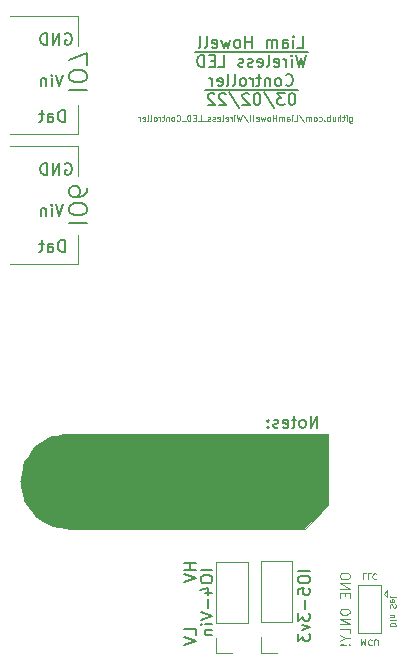
<source format=gbr>
%TF.GenerationSoftware,KiCad,Pcbnew,(6.0.1)*%
%TF.CreationDate,2022-02-05T18:26:11+11:00*%
%TF.ProjectId,ESP32_LED_Controller_v1,45535033-325f-44c4-9544-5f436f6e7472,rev?*%
%TF.SameCoordinates,Original*%
%TF.FileFunction,Legend,Bot*%
%TF.FilePolarity,Positive*%
%FSLAX46Y46*%
G04 Gerber Fmt 4.6, Leading zero omitted, Abs format (unit mm)*
G04 Created by KiCad (PCBNEW (6.0.1)) date 2022-02-05 18:26:11*
%MOMM*%
%LPD*%
G01*
G04 APERTURE LIST*
%ADD10C,0.100000*%
%ADD11C,4.050000*%
%ADD12C,0.150000*%
%ADD13C,0.070000*%
%ADD14C,0.120000*%
G04 APERTURE END LIST*
D10*
X50725000Y-72180000D02*
X70725000Y-72180000D01*
X70725000Y-72180000D02*
X72725000Y-70180000D01*
X72725000Y-70180000D02*
X72725000Y-64180000D01*
X72725000Y-64180000D02*
X50725000Y-64180000D01*
X50725000Y-64180000D02*
X50725000Y-72180000D01*
G36*
X72725000Y-70180000D02*
G01*
X70725000Y-72180000D01*
X50725000Y-72180000D01*
X50725000Y-64180000D01*
X72725000Y-64180000D01*
X72725000Y-70180000D01*
G37*
X72725000Y-70180000D02*
X70725000Y-72180000D01*
X50725000Y-72180000D01*
X50725000Y-64180000D01*
X72725000Y-64180000D01*
X72725000Y-70180000D01*
D11*
X52750000Y-68180000D02*
G75*
G03*
X52750000Y-68180000I-2025000J0D01*
G01*
D12*
X61527380Y-75115833D02*
X60527380Y-75115833D01*
X61003571Y-75115833D02*
X61003571Y-75687261D01*
X61527380Y-75687261D02*
X60527380Y-75687261D01*
X60527380Y-76020595D02*
X61527380Y-76353928D01*
X60527380Y-76687261D01*
X70105952Y-31467380D02*
X70582142Y-31467380D01*
X70582142Y-30467380D01*
X69772619Y-31467380D02*
X69772619Y-30800714D01*
X69772619Y-30467380D02*
X69820238Y-30515000D01*
X69772619Y-30562619D01*
X69725000Y-30515000D01*
X69772619Y-30467380D01*
X69772619Y-30562619D01*
X68867857Y-31467380D02*
X68867857Y-30943571D01*
X68915476Y-30848333D01*
X69010714Y-30800714D01*
X69201190Y-30800714D01*
X69296428Y-30848333D01*
X68867857Y-31419761D02*
X68963095Y-31467380D01*
X69201190Y-31467380D01*
X69296428Y-31419761D01*
X69344047Y-31324523D01*
X69344047Y-31229285D01*
X69296428Y-31134047D01*
X69201190Y-31086428D01*
X68963095Y-31086428D01*
X68867857Y-31038809D01*
X68391666Y-31467380D02*
X68391666Y-30800714D01*
X68391666Y-30895952D02*
X68344047Y-30848333D01*
X68248809Y-30800714D01*
X68105952Y-30800714D01*
X68010714Y-30848333D01*
X67963095Y-30943571D01*
X67963095Y-31467380D01*
X67963095Y-30943571D02*
X67915476Y-30848333D01*
X67820238Y-30800714D01*
X67677380Y-30800714D01*
X67582142Y-30848333D01*
X67534523Y-30943571D01*
X67534523Y-31467380D01*
X66296428Y-31467380D02*
X66296428Y-30467380D01*
X66296428Y-30943571D02*
X65725000Y-30943571D01*
X65725000Y-31467380D02*
X65725000Y-30467380D01*
X65105952Y-31467380D02*
X65201190Y-31419761D01*
X65248809Y-31372142D01*
X65296428Y-31276904D01*
X65296428Y-30991190D01*
X65248809Y-30895952D01*
X65201190Y-30848333D01*
X65105952Y-30800714D01*
X64963095Y-30800714D01*
X64867857Y-30848333D01*
X64820238Y-30895952D01*
X64772619Y-30991190D01*
X64772619Y-31276904D01*
X64820238Y-31372142D01*
X64867857Y-31419761D01*
X64963095Y-31467380D01*
X65105952Y-31467380D01*
X64439285Y-30800714D02*
X64248809Y-31467380D01*
X64058333Y-30991190D01*
X63867857Y-31467380D01*
X63677380Y-30800714D01*
X62915476Y-31419761D02*
X63010714Y-31467380D01*
X63201190Y-31467380D01*
X63296428Y-31419761D01*
X63344047Y-31324523D01*
X63344047Y-30943571D01*
X63296428Y-30848333D01*
X63201190Y-30800714D01*
X63010714Y-30800714D01*
X62915476Y-30848333D01*
X62867857Y-30943571D01*
X62867857Y-31038809D01*
X63344047Y-31134047D01*
X62296428Y-31467380D02*
X62391666Y-31419761D01*
X62439285Y-31324523D01*
X62439285Y-30467380D01*
X61772619Y-31467380D02*
X61867857Y-31419761D01*
X61915476Y-31324523D01*
X61915476Y-30467380D01*
X71010714Y-31795000D02*
X69867857Y-31795000D01*
X70867857Y-32077380D02*
X70629761Y-33077380D01*
X70439285Y-32363095D01*
X70248809Y-33077380D01*
X70010714Y-32077380D01*
X69867857Y-31795000D02*
X69391666Y-31795000D01*
X69629761Y-33077380D02*
X69629761Y-32410714D01*
X69629761Y-32077380D02*
X69677380Y-32125000D01*
X69629761Y-32172619D01*
X69582142Y-32125000D01*
X69629761Y-32077380D01*
X69629761Y-32172619D01*
X69391666Y-31795000D02*
X68772619Y-31795000D01*
X69153571Y-33077380D02*
X69153571Y-32410714D01*
X69153571Y-32601190D02*
X69105952Y-32505952D01*
X69058333Y-32458333D01*
X68963095Y-32410714D01*
X68867857Y-32410714D01*
X68772619Y-31795000D02*
X67915476Y-31795000D01*
X68153571Y-33029761D02*
X68248809Y-33077380D01*
X68439285Y-33077380D01*
X68534523Y-33029761D01*
X68582142Y-32934523D01*
X68582142Y-32553571D01*
X68534523Y-32458333D01*
X68439285Y-32410714D01*
X68248809Y-32410714D01*
X68153571Y-32458333D01*
X68105952Y-32553571D01*
X68105952Y-32648809D01*
X68582142Y-32744047D01*
X67915476Y-31795000D02*
X67391666Y-31795000D01*
X67534523Y-33077380D02*
X67629761Y-33029761D01*
X67677380Y-32934523D01*
X67677380Y-32077380D01*
X67391666Y-31795000D02*
X66534523Y-31795000D01*
X66772619Y-33029761D02*
X66867857Y-33077380D01*
X67058333Y-33077380D01*
X67153571Y-33029761D01*
X67201190Y-32934523D01*
X67201190Y-32553571D01*
X67153571Y-32458333D01*
X67058333Y-32410714D01*
X66867857Y-32410714D01*
X66772619Y-32458333D01*
X66725000Y-32553571D01*
X66725000Y-32648809D01*
X67201190Y-32744047D01*
X66534523Y-31795000D02*
X65725000Y-31795000D01*
X66344047Y-33029761D02*
X66248809Y-33077380D01*
X66058333Y-33077380D01*
X65963095Y-33029761D01*
X65915476Y-32934523D01*
X65915476Y-32886904D01*
X65963095Y-32791666D01*
X66058333Y-32744047D01*
X66201190Y-32744047D01*
X66296428Y-32696428D01*
X66344047Y-32601190D01*
X66344047Y-32553571D01*
X66296428Y-32458333D01*
X66201190Y-32410714D01*
X66058333Y-32410714D01*
X65963095Y-32458333D01*
X65725000Y-31795000D02*
X64915476Y-31795000D01*
X65534523Y-33029761D02*
X65439285Y-33077380D01*
X65248809Y-33077380D01*
X65153571Y-33029761D01*
X65105952Y-32934523D01*
X65105952Y-32886904D01*
X65153571Y-32791666D01*
X65248809Y-32744047D01*
X65391666Y-32744047D01*
X65486904Y-32696428D01*
X65534523Y-32601190D01*
X65534523Y-32553571D01*
X65486904Y-32458333D01*
X65391666Y-32410714D01*
X65248809Y-32410714D01*
X65153571Y-32458333D01*
X64915476Y-31795000D02*
X64153571Y-31795000D01*
X64153571Y-31795000D02*
X63344047Y-31795000D01*
X63439285Y-33077380D02*
X63915476Y-33077380D01*
X63915476Y-32077380D01*
X63344047Y-31795000D02*
X62439285Y-31795000D01*
X63105952Y-32553571D02*
X62772619Y-32553571D01*
X62629761Y-33077380D02*
X63105952Y-33077380D01*
X63105952Y-32077380D01*
X62629761Y-32077380D01*
X62439285Y-31795000D02*
X61439285Y-31795000D01*
X62201190Y-33077380D02*
X62201190Y-32077380D01*
X61963095Y-32077380D01*
X61820238Y-32125000D01*
X61725000Y-32220238D01*
X61677380Y-32315476D01*
X61629761Y-32505952D01*
X61629761Y-32648809D01*
X61677380Y-32839285D01*
X61725000Y-32934523D01*
X61820238Y-33029761D01*
X61963095Y-33077380D01*
X62201190Y-33077380D01*
X69129761Y-34592142D02*
X69177380Y-34639761D01*
X69320238Y-34687380D01*
X69415476Y-34687380D01*
X69558333Y-34639761D01*
X69653571Y-34544523D01*
X69701190Y-34449285D01*
X69748809Y-34258809D01*
X69748809Y-34115952D01*
X69701190Y-33925476D01*
X69653571Y-33830238D01*
X69558333Y-33735000D01*
X69415476Y-33687380D01*
X69320238Y-33687380D01*
X69177380Y-33735000D01*
X69129761Y-33782619D01*
X68558333Y-34687380D02*
X68653571Y-34639761D01*
X68701190Y-34592142D01*
X68748809Y-34496904D01*
X68748809Y-34211190D01*
X68701190Y-34115952D01*
X68653571Y-34068333D01*
X68558333Y-34020714D01*
X68415476Y-34020714D01*
X68320238Y-34068333D01*
X68272619Y-34115952D01*
X68225000Y-34211190D01*
X68225000Y-34496904D01*
X68272619Y-34592142D01*
X68320238Y-34639761D01*
X68415476Y-34687380D01*
X68558333Y-34687380D01*
X67796428Y-34020714D02*
X67796428Y-34687380D01*
X67796428Y-34115952D02*
X67748809Y-34068333D01*
X67653571Y-34020714D01*
X67510714Y-34020714D01*
X67415476Y-34068333D01*
X67367857Y-34163571D01*
X67367857Y-34687380D01*
X67034523Y-34020714D02*
X66653571Y-34020714D01*
X66891666Y-33687380D02*
X66891666Y-34544523D01*
X66844047Y-34639761D01*
X66748809Y-34687380D01*
X66653571Y-34687380D01*
X66320238Y-34687380D02*
X66320238Y-34020714D01*
X66320238Y-34211190D02*
X66272619Y-34115952D01*
X66225000Y-34068333D01*
X66129761Y-34020714D01*
X66034523Y-34020714D01*
X65558333Y-34687380D02*
X65653571Y-34639761D01*
X65701190Y-34592142D01*
X65748809Y-34496904D01*
X65748809Y-34211190D01*
X65701190Y-34115952D01*
X65653571Y-34068333D01*
X65558333Y-34020714D01*
X65415476Y-34020714D01*
X65320238Y-34068333D01*
X65272619Y-34115952D01*
X65225000Y-34211190D01*
X65225000Y-34496904D01*
X65272619Y-34592142D01*
X65320238Y-34639761D01*
X65415476Y-34687380D01*
X65558333Y-34687380D01*
X64653571Y-34687380D02*
X64748809Y-34639761D01*
X64796428Y-34544523D01*
X64796428Y-33687380D01*
X64129761Y-34687380D02*
X64225000Y-34639761D01*
X64272619Y-34544523D01*
X64272619Y-33687380D01*
X63367857Y-34639761D02*
X63463095Y-34687380D01*
X63653571Y-34687380D01*
X63748809Y-34639761D01*
X63796428Y-34544523D01*
X63796428Y-34163571D01*
X63748809Y-34068333D01*
X63653571Y-34020714D01*
X63463095Y-34020714D01*
X63367857Y-34068333D01*
X63320238Y-34163571D01*
X63320238Y-34258809D01*
X63796428Y-34354047D01*
X62891666Y-34687380D02*
X62891666Y-34020714D01*
X62891666Y-34211190D02*
X62844047Y-34115952D01*
X62796428Y-34068333D01*
X62701190Y-34020714D01*
X62605952Y-34020714D01*
X70129761Y-35015000D02*
X69177380Y-35015000D01*
X69701190Y-35297380D02*
X69605952Y-35297380D01*
X69510714Y-35345000D01*
X69463095Y-35392619D01*
X69415476Y-35487857D01*
X69367857Y-35678333D01*
X69367857Y-35916428D01*
X69415476Y-36106904D01*
X69463095Y-36202142D01*
X69510714Y-36249761D01*
X69605952Y-36297380D01*
X69701190Y-36297380D01*
X69796428Y-36249761D01*
X69844047Y-36202142D01*
X69891666Y-36106904D01*
X69939285Y-35916428D01*
X69939285Y-35678333D01*
X69891666Y-35487857D01*
X69844047Y-35392619D01*
X69796428Y-35345000D01*
X69701190Y-35297380D01*
X69177380Y-35015000D02*
X68225000Y-35015000D01*
X69034523Y-35297380D02*
X68415476Y-35297380D01*
X68748809Y-35678333D01*
X68605952Y-35678333D01*
X68510714Y-35725952D01*
X68463095Y-35773571D01*
X68415476Y-35868809D01*
X68415476Y-36106904D01*
X68463095Y-36202142D01*
X68510714Y-36249761D01*
X68605952Y-36297380D01*
X68891666Y-36297380D01*
X68986904Y-36249761D01*
X69034523Y-36202142D01*
X68225000Y-35015000D02*
X67177380Y-35015000D01*
X67272619Y-35249761D02*
X68129761Y-36535476D01*
X67177380Y-35015000D02*
X66225000Y-35015000D01*
X66748809Y-35297380D02*
X66653571Y-35297380D01*
X66558333Y-35345000D01*
X66510714Y-35392619D01*
X66463095Y-35487857D01*
X66415476Y-35678333D01*
X66415476Y-35916428D01*
X66463095Y-36106904D01*
X66510714Y-36202142D01*
X66558333Y-36249761D01*
X66653571Y-36297380D01*
X66748809Y-36297380D01*
X66844047Y-36249761D01*
X66891666Y-36202142D01*
X66939285Y-36106904D01*
X66986904Y-35916428D01*
X66986904Y-35678333D01*
X66939285Y-35487857D01*
X66891666Y-35392619D01*
X66844047Y-35345000D01*
X66748809Y-35297380D01*
X66225000Y-35015000D02*
X65272619Y-35015000D01*
X66034523Y-35392619D02*
X65986904Y-35345000D01*
X65891666Y-35297380D01*
X65653571Y-35297380D01*
X65558333Y-35345000D01*
X65510714Y-35392619D01*
X65463095Y-35487857D01*
X65463095Y-35583095D01*
X65510714Y-35725952D01*
X66082142Y-36297380D01*
X65463095Y-36297380D01*
X65272619Y-35015000D02*
X64225000Y-35015000D01*
X64320238Y-35249761D02*
X65177380Y-36535476D01*
X64225000Y-35015000D02*
X63272619Y-35015000D01*
X64034523Y-35392619D02*
X63986904Y-35345000D01*
X63891666Y-35297380D01*
X63653571Y-35297380D01*
X63558333Y-35345000D01*
X63510714Y-35392619D01*
X63463095Y-35487857D01*
X63463095Y-35583095D01*
X63510714Y-35725952D01*
X64082142Y-36297380D01*
X63463095Y-36297380D01*
X63272619Y-35015000D02*
X62320238Y-35015000D01*
X63082142Y-35392619D02*
X63034523Y-35345000D01*
X62939285Y-35297380D01*
X62701190Y-35297380D01*
X62605952Y-35345000D01*
X62558333Y-35392619D01*
X62510714Y-35487857D01*
X62510714Y-35583095D01*
X62558333Y-35725952D01*
X63129761Y-36297380D01*
X62510714Y-36297380D01*
D10*
X73736904Y-76122857D02*
X73736904Y-76275238D01*
X73775000Y-76351428D01*
X73851190Y-76427619D01*
X74003571Y-76465714D01*
X74270238Y-76465714D01*
X74422619Y-76427619D01*
X74498809Y-76351428D01*
X74536904Y-76275238D01*
X74536904Y-76122857D01*
X74498809Y-76046666D01*
X74422619Y-75970476D01*
X74270238Y-75932380D01*
X74003571Y-75932380D01*
X73851190Y-75970476D01*
X73775000Y-76046666D01*
X73736904Y-76122857D01*
X74536904Y-76808571D02*
X73736904Y-76808571D01*
X74536904Y-77265714D01*
X73736904Y-77265714D01*
X74117857Y-77646666D02*
X74117857Y-77913333D01*
X74536904Y-78027619D02*
X74536904Y-77646666D01*
X73736904Y-77646666D01*
X73736904Y-78027619D01*
X73736904Y-79132380D02*
X73736904Y-79284761D01*
X73775000Y-79360952D01*
X73851190Y-79437142D01*
X74003571Y-79475238D01*
X74270238Y-79475238D01*
X74422619Y-79437142D01*
X74498809Y-79360952D01*
X74536904Y-79284761D01*
X74536904Y-79132380D01*
X74498809Y-79056190D01*
X74422619Y-78980000D01*
X74270238Y-78941904D01*
X74003571Y-78941904D01*
X73851190Y-78980000D01*
X73775000Y-79056190D01*
X73736904Y-79132380D01*
X74536904Y-79818095D02*
X73736904Y-79818095D01*
X74536904Y-80275238D01*
X73736904Y-80275238D01*
X74536904Y-81037142D02*
X74536904Y-80656190D01*
X73736904Y-80656190D01*
X74155952Y-81456190D02*
X74536904Y-81456190D01*
X73736904Y-81189523D02*
X74155952Y-81456190D01*
X73736904Y-81722857D01*
X74460714Y-81989523D02*
X74498809Y-82027619D01*
X74536904Y-81989523D01*
X74498809Y-81951428D01*
X74460714Y-81989523D01*
X74536904Y-81989523D01*
X74232142Y-81989523D02*
X73775000Y-81951428D01*
X73736904Y-81989523D01*
X73775000Y-82027619D01*
X74232142Y-81989523D01*
X73736904Y-81989523D01*
D12*
X50796428Y-46280000D02*
X52296428Y-46280000D01*
X52296428Y-45280000D02*
X52296428Y-44994285D01*
X52225000Y-44851428D01*
X52082142Y-44708571D01*
X51796428Y-44637142D01*
X51296428Y-44637142D01*
X51010714Y-44708571D01*
X50867857Y-44851428D01*
X50796428Y-44994285D01*
X50796428Y-45280000D01*
X50867857Y-45422857D01*
X51010714Y-45565714D01*
X51296428Y-45637142D01*
X51796428Y-45637142D01*
X52082142Y-45565714D01*
X52225000Y-45422857D01*
X52296428Y-45280000D01*
X52296428Y-43351428D02*
X52296428Y-43637142D01*
X52225000Y-43780000D01*
X52153571Y-43851428D01*
X51939285Y-43994285D01*
X51653571Y-44065714D01*
X51082142Y-44065714D01*
X50939285Y-43994285D01*
X50867857Y-43922857D01*
X50796428Y-43780000D01*
X50796428Y-43494285D01*
X50867857Y-43351428D01*
X50939285Y-43280000D01*
X51082142Y-43208571D01*
X51439285Y-43208571D01*
X51582142Y-43280000D01*
X51653571Y-43351428D01*
X51725000Y-43494285D01*
X51725000Y-43780000D01*
X51653571Y-43922857D01*
X51582142Y-43994285D01*
X51439285Y-44065714D01*
D13*
X77948809Y-80430000D02*
X78448809Y-80430000D01*
X78448809Y-80310952D01*
X78425000Y-80239523D01*
X78377380Y-80191904D01*
X78329761Y-80168095D01*
X78234523Y-80144285D01*
X78163095Y-80144285D01*
X78067857Y-80168095D01*
X78020238Y-80191904D01*
X77972619Y-80239523D01*
X77948809Y-80310952D01*
X77948809Y-80430000D01*
X77948809Y-79930000D02*
X78282142Y-79930000D01*
X78448809Y-79930000D02*
X78425000Y-79953809D01*
X78401190Y-79930000D01*
X78425000Y-79906190D01*
X78448809Y-79930000D01*
X78401190Y-79930000D01*
X78282142Y-79691904D02*
X77948809Y-79691904D01*
X78234523Y-79691904D02*
X78258333Y-79668095D01*
X78282142Y-79620476D01*
X78282142Y-79549047D01*
X78258333Y-79501428D01*
X78210714Y-79477619D01*
X77948809Y-79477619D01*
X77972619Y-78882380D02*
X77948809Y-78810952D01*
X77948809Y-78691904D01*
X77972619Y-78644285D01*
X77996428Y-78620476D01*
X78044047Y-78596666D01*
X78091666Y-78596666D01*
X78139285Y-78620476D01*
X78163095Y-78644285D01*
X78186904Y-78691904D01*
X78210714Y-78787142D01*
X78234523Y-78834761D01*
X78258333Y-78858571D01*
X78305952Y-78882380D01*
X78353571Y-78882380D01*
X78401190Y-78858571D01*
X78425000Y-78834761D01*
X78448809Y-78787142D01*
X78448809Y-78668095D01*
X78425000Y-78596666D01*
X77972619Y-78191904D02*
X77948809Y-78239523D01*
X77948809Y-78334761D01*
X77972619Y-78382380D01*
X78020238Y-78406190D01*
X78210714Y-78406190D01*
X78258333Y-78382380D01*
X78282142Y-78334761D01*
X78282142Y-78239523D01*
X78258333Y-78191904D01*
X78210714Y-78168095D01*
X78163095Y-78168095D01*
X78115476Y-78406190D01*
X77948809Y-77882380D02*
X77972619Y-77930000D01*
X78020238Y-77953809D01*
X78448809Y-77953809D01*
X75927380Y-75953809D02*
X75689285Y-75953809D01*
X75689285Y-76453809D01*
X76332142Y-75953809D02*
X76094047Y-75953809D01*
X76094047Y-76453809D01*
X76784523Y-76001428D02*
X76760714Y-75977619D01*
X76689285Y-75953809D01*
X76641666Y-75953809D01*
X76570238Y-75977619D01*
X76522619Y-76025238D01*
X76498809Y-76072857D01*
X76475000Y-76168095D01*
X76475000Y-76239523D01*
X76498809Y-76334761D01*
X76522619Y-76382380D01*
X76570238Y-76430000D01*
X76641666Y-76453809D01*
X76689285Y-76453809D01*
X76760714Y-76430000D01*
X76784523Y-76406190D01*
X74522619Y-37322857D02*
X74522619Y-37727619D01*
X74546428Y-37775238D01*
X74570238Y-37799047D01*
X74617857Y-37822857D01*
X74689285Y-37822857D01*
X74736904Y-37799047D01*
X74522619Y-37632380D02*
X74570238Y-37656190D01*
X74665476Y-37656190D01*
X74713095Y-37632380D01*
X74736904Y-37608571D01*
X74760714Y-37560952D01*
X74760714Y-37418095D01*
X74736904Y-37370476D01*
X74713095Y-37346666D01*
X74665476Y-37322857D01*
X74570238Y-37322857D01*
X74522619Y-37346666D01*
X74284523Y-37656190D02*
X74284523Y-37322857D01*
X74284523Y-37156190D02*
X74308333Y-37180000D01*
X74284523Y-37203809D01*
X74260714Y-37180000D01*
X74284523Y-37156190D01*
X74284523Y-37203809D01*
X74117857Y-37322857D02*
X73927380Y-37322857D01*
X74046428Y-37156190D02*
X74046428Y-37584761D01*
X74022619Y-37632380D01*
X73975000Y-37656190D01*
X73927380Y-37656190D01*
X73760714Y-37656190D02*
X73760714Y-37156190D01*
X73546428Y-37656190D02*
X73546428Y-37394285D01*
X73570238Y-37346666D01*
X73617857Y-37322857D01*
X73689285Y-37322857D01*
X73736904Y-37346666D01*
X73760714Y-37370476D01*
X73094047Y-37322857D02*
X73094047Y-37656190D01*
X73308333Y-37322857D02*
X73308333Y-37584761D01*
X73284523Y-37632380D01*
X73236904Y-37656190D01*
X73165476Y-37656190D01*
X73117857Y-37632380D01*
X73094047Y-37608571D01*
X72855952Y-37656190D02*
X72855952Y-37156190D01*
X72855952Y-37346666D02*
X72808333Y-37322857D01*
X72713095Y-37322857D01*
X72665476Y-37346666D01*
X72641666Y-37370476D01*
X72617857Y-37418095D01*
X72617857Y-37560952D01*
X72641666Y-37608571D01*
X72665476Y-37632380D01*
X72713095Y-37656190D01*
X72808333Y-37656190D01*
X72855952Y-37632380D01*
X72403571Y-37608571D02*
X72379761Y-37632380D01*
X72403571Y-37656190D01*
X72427380Y-37632380D01*
X72403571Y-37608571D01*
X72403571Y-37656190D01*
X71951190Y-37632380D02*
X71998809Y-37656190D01*
X72094047Y-37656190D01*
X72141666Y-37632380D01*
X72165476Y-37608571D01*
X72189285Y-37560952D01*
X72189285Y-37418095D01*
X72165476Y-37370476D01*
X72141666Y-37346666D01*
X72094047Y-37322857D01*
X71998809Y-37322857D01*
X71951190Y-37346666D01*
X71665476Y-37656190D02*
X71713095Y-37632380D01*
X71736904Y-37608571D01*
X71760714Y-37560952D01*
X71760714Y-37418095D01*
X71736904Y-37370476D01*
X71713095Y-37346666D01*
X71665476Y-37322857D01*
X71594047Y-37322857D01*
X71546428Y-37346666D01*
X71522619Y-37370476D01*
X71498809Y-37418095D01*
X71498809Y-37560952D01*
X71522619Y-37608571D01*
X71546428Y-37632380D01*
X71594047Y-37656190D01*
X71665476Y-37656190D01*
X71284523Y-37656190D02*
X71284523Y-37322857D01*
X71284523Y-37370476D02*
X71260714Y-37346666D01*
X71213095Y-37322857D01*
X71141666Y-37322857D01*
X71094047Y-37346666D01*
X71070238Y-37394285D01*
X71070238Y-37656190D01*
X71070238Y-37394285D02*
X71046428Y-37346666D01*
X70998809Y-37322857D01*
X70927380Y-37322857D01*
X70879761Y-37346666D01*
X70855952Y-37394285D01*
X70855952Y-37656190D01*
X70260714Y-37132380D02*
X70689285Y-37775238D01*
X69855952Y-37656190D02*
X70094047Y-37656190D01*
X70094047Y-37156190D01*
X69689285Y-37656190D02*
X69689285Y-37322857D01*
X69689285Y-37156190D02*
X69713095Y-37180000D01*
X69689285Y-37203809D01*
X69665476Y-37180000D01*
X69689285Y-37156190D01*
X69689285Y-37203809D01*
X69236904Y-37656190D02*
X69236904Y-37394285D01*
X69260714Y-37346666D01*
X69308333Y-37322857D01*
X69403571Y-37322857D01*
X69451190Y-37346666D01*
X69236904Y-37632380D02*
X69284523Y-37656190D01*
X69403571Y-37656190D01*
X69451190Y-37632380D01*
X69475000Y-37584761D01*
X69475000Y-37537142D01*
X69451190Y-37489523D01*
X69403571Y-37465714D01*
X69284523Y-37465714D01*
X69236904Y-37441904D01*
X68998809Y-37656190D02*
X68998809Y-37322857D01*
X68998809Y-37370476D02*
X68975000Y-37346666D01*
X68927380Y-37322857D01*
X68855952Y-37322857D01*
X68808333Y-37346666D01*
X68784523Y-37394285D01*
X68784523Y-37656190D01*
X68784523Y-37394285D02*
X68760714Y-37346666D01*
X68713095Y-37322857D01*
X68641666Y-37322857D01*
X68594047Y-37346666D01*
X68570238Y-37394285D01*
X68570238Y-37656190D01*
X68332142Y-37656190D02*
X68332142Y-37156190D01*
X68332142Y-37394285D02*
X68046428Y-37394285D01*
X68046428Y-37656190D02*
X68046428Y-37156190D01*
X67736904Y-37656190D02*
X67784523Y-37632380D01*
X67808333Y-37608571D01*
X67832142Y-37560952D01*
X67832142Y-37418095D01*
X67808333Y-37370476D01*
X67784523Y-37346666D01*
X67736904Y-37322857D01*
X67665476Y-37322857D01*
X67617857Y-37346666D01*
X67594047Y-37370476D01*
X67570238Y-37418095D01*
X67570238Y-37560952D01*
X67594047Y-37608571D01*
X67617857Y-37632380D01*
X67665476Y-37656190D01*
X67736904Y-37656190D01*
X67403571Y-37322857D02*
X67308333Y-37656190D01*
X67213095Y-37418095D01*
X67117857Y-37656190D01*
X67022619Y-37322857D01*
X66641666Y-37632380D02*
X66689285Y-37656190D01*
X66784523Y-37656190D01*
X66832142Y-37632380D01*
X66855952Y-37584761D01*
X66855952Y-37394285D01*
X66832142Y-37346666D01*
X66784523Y-37322857D01*
X66689285Y-37322857D01*
X66641666Y-37346666D01*
X66617857Y-37394285D01*
X66617857Y-37441904D01*
X66855952Y-37489523D01*
X66332142Y-37656190D02*
X66379761Y-37632380D01*
X66403571Y-37584761D01*
X66403571Y-37156190D01*
X66070238Y-37656190D02*
X66117857Y-37632380D01*
X66141666Y-37584761D01*
X66141666Y-37156190D01*
X65522619Y-37132380D02*
X65951190Y-37775238D01*
X65403571Y-37156190D02*
X65284523Y-37656190D01*
X65189285Y-37299047D01*
X65094047Y-37656190D01*
X64975000Y-37156190D01*
X64784523Y-37656190D02*
X64784523Y-37322857D01*
X64784523Y-37156190D02*
X64808333Y-37180000D01*
X64784523Y-37203809D01*
X64760714Y-37180000D01*
X64784523Y-37156190D01*
X64784523Y-37203809D01*
X64546428Y-37656190D02*
X64546428Y-37322857D01*
X64546428Y-37418095D02*
X64522619Y-37370476D01*
X64498809Y-37346666D01*
X64451190Y-37322857D01*
X64403571Y-37322857D01*
X64046428Y-37632380D02*
X64094047Y-37656190D01*
X64189285Y-37656190D01*
X64236904Y-37632380D01*
X64260714Y-37584761D01*
X64260714Y-37394285D01*
X64236904Y-37346666D01*
X64189285Y-37322857D01*
X64094047Y-37322857D01*
X64046428Y-37346666D01*
X64022619Y-37394285D01*
X64022619Y-37441904D01*
X64260714Y-37489523D01*
X63736904Y-37656190D02*
X63784523Y-37632380D01*
X63808333Y-37584761D01*
X63808333Y-37156190D01*
X63355952Y-37632380D02*
X63403571Y-37656190D01*
X63498809Y-37656190D01*
X63546428Y-37632380D01*
X63570238Y-37584761D01*
X63570238Y-37394285D01*
X63546428Y-37346666D01*
X63498809Y-37322857D01*
X63403571Y-37322857D01*
X63355952Y-37346666D01*
X63332142Y-37394285D01*
X63332142Y-37441904D01*
X63570238Y-37489523D01*
X63141666Y-37632380D02*
X63094047Y-37656190D01*
X62998809Y-37656190D01*
X62951190Y-37632380D01*
X62927380Y-37584761D01*
X62927380Y-37560952D01*
X62951190Y-37513333D01*
X62998809Y-37489523D01*
X63070238Y-37489523D01*
X63117857Y-37465714D01*
X63141666Y-37418095D01*
X63141666Y-37394285D01*
X63117857Y-37346666D01*
X63070238Y-37322857D01*
X62998809Y-37322857D01*
X62951190Y-37346666D01*
X62736904Y-37632380D02*
X62689285Y-37656190D01*
X62594047Y-37656190D01*
X62546428Y-37632380D01*
X62522619Y-37584761D01*
X62522619Y-37560952D01*
X62546428Y-37513333D01*
X62594047Y-37489523D01*
X62665476Y-37489523D01*
X62713095Y-37465714D01*
X62736904Y-37418095D01*
X62736904Y-37394285D01*
X62713095Y-37346666D01*
X62665476Y-37322857D01*
X62594047Y-37322857D01*
X62546428Y-37346666D01*
X62427380Y-37703809D02*
X62046428Y-37703809D01*
X61689285Y-37656190D02*
X61927380Y-37656190D01*
X61927380Y-37156190D01*
X61522619Y-37394285D02*
X61355952Y-37394285D01*
X61284523Y-37656190D02*
X61522619Y-37656190D01*
X61522619Y-37156190D01*
X61284523Y-37156190D01*
X61070238Y-37656190D02*
X61070238Y-37156190D01*
X60951190Y-37156190D01*
X60879761Y-37180000D01*
X60832142Y-37227619D01*
X60808333Y-37275238D01*
X60784523Y-37370476D01*
X60784523Y-37441904D01*
X60808333Y-37537142D01*
X60832142Y-37584761D01*
X60879761Y-37632380D01*
X60951190Y-37656190D01*
X61070238Y-37656190D01*
X60689285Y-37703809D02*
X60308333Y-37703809D01*
X59903571Y-37608571D02*
X59927380Y-37632380D01*
X59998809Y-37656190D01*
X60046428Y-37656190D01*
X60117857Y-37632380D01*
X60165476Y-37584761D01*
X60189285Y-37537142D01*
X60213095Y-37441904D01*
X60213095Y-37370476D01*
X60189285Y-37275238D01*
X60165476Y-37227619D01*
X60117857Y-37180000D01*
X60046428Y-37156190D01*
X59998809Y-37156190D01*
X59927380Y-37180000D01*
X59903571Y-37203809D01*
X59617857Y-37656190D02*
X59665476Y-37632380D01*
X59689285Y-37608571D01*
X59713095Y-37560952D01*
X59713095Y-37418095D01*
X59689285Y-37370476D01*
X59665476Y-37346666D01*
X59617857Y-37322857D01*
X59546428Y-37322857D01*
X59498809Y-37346666D01*
X59475000Y-37370476D01*
X59451190Y-37418095D01*
X59451190Y-37560952D01*
X59475000Y-37608571D01*
X59498809Y-37632380D01*
X59546428Y-37656190D01*
X59617857Y-37656190D01*
X59236904Y-37322857D02*
X59236904Y-37656190D01*
X59236904Y-37370476D02*
X59213095Y-37346666D01*
X59165476Y-37322857D01*
X59094047Y-37322857D01*
X59046428Y-37346666D01*
X59022619Y-37394285D01*
X59022619Y-37656190D01*
X58855952Y-37322857D02*
X58665476Y-37322857D01*
X58784523Y-37156190D02*
X58784523Y-37584761D01*
X58760714Y-37632380D01*
X58713095Y-37656190D01*
X58665476Y-37656190D01*
X58498809Y-37656190D02*
X58498809Y-37322857D01*
X58498809Y-37418095D02*
X58475000Y-37370476D01*
X58451190Y-37346666D01*
X58403571Y-37322857D01*
X58355952Y-37322857D01*
X58117857Y-37656190D02*
X58165476Y-37632380D01*
X58189285Y-37608571D01*
X58213095Y-37560952D01*
X58213095Y-37418095D01*
X58189285Y-37370476D01*
X58165476Y-37346666D01*
X58117857Y-37322857D01*
X58046428Y-37322857D01*
X57998809Y-37346666D01*
X57975000Y-37370476D01*
X57951190Y-37418095D01*
X57951190Y-37560952D01*
X57975000Y-37608571D01*
X57998809Y-37632380D01*
X58046428Y-37656190D01*
X58117857Y-37656190D01*
X57665476Y-37656190D02*
X57713095Y-37632380D01*
X57736904Y-37584761D01*
X57736904Y-37156190D01*
X57403571Y-37656190D02*
X57451190Y-37632380D01*
X57475000Y-37584761D01*
X57475000Y-37156190D01*
X57022619Y-37632380D02*
X57070238Y-37656190D01*
X57165476Y-37656190D01*
X57213095Y-37632380D01*
X57236904Y-37584761D01*
X57236904Y-37394285D01*
X57213095Y-37346666D01*
X57165476Y-37322857D01*
X57070238Y-37322857D01*
X57022619Y-37346666D01*
X56998809Y-37394285D01*
X56998809Y-37441904D01*
X57236904Y-37489523D01*
X56784523Y-37656190D02*
X56784523Y-37322857D01*
X56784523Y-37418095D02*
X56760714Y-37370476D01*
X56736904Y-37346666D01*
X56689285Y-37322857D01*
X56641666Y-37322857D01*
D12*
X61527380Y-81191785D02*
X61527380Y-80715595D01*
X60527380Y-80715595D01*
X60527380Y-81382261D02*
X61527380Y-81715595D01*
X60527380Y-82048928D01*
X71820238Y-63632380D02*
X71820238Y-62632380D01*
X71248809Y-63632380D01*
X71248809Y-62632380D01*
X70629761Y-63632380D02*
X70725000Y-63584761D01*
X70772619Y-63537142D01*
X70820238Y-63441904D01*
X70820238Y-63156190D01*
X70772619Y-63060952D01*
X70725000Y-63013333D01*
X70629761Y-62965714D01*
X70486904Y-62965714D01*
X70391666Y-63013333D01*
X70344047Y-63060952D01*
X70296428Y-63156190D01*
X70296428Y-63441904D01*
X70344047Y-63537142D01*
X70391666Y-63584761D01*
X70486904Y-63632380D01*
X70629761Y-63632380D01*
X70010714Y-62965714D02*
X69629761Y-62965714D01*
X69867857Y-62632380D02*
X69867857Y-63489523D01*
X69820238Y-63584761D01*
X69725000Y-63632380D01*
X69629761Y-63632380D01*
X68915476Y-63584761D02*
X69010714Y-63632380D01*
X69201190Y-63632380D01*
X69296428Y-63584761D01*
X69344047Y-63489523D01*
X69344047Y-63108571D01*
X69296428Y-63013333D01*
X69201190Y-62965714D01*
X69010714Y-62965714D01*
X68915476Y-63013333D01*
X68867857Y-63108571D01*
X68867857Y-63203809D01*
X69344047Y-63299047D01*
X68486904Y-63584761D02*
X68391666Y-63632380D01*
X68201190Y-63632380D01*
X68105952Y-63584761D01*
X68058333Y-63489523D01*
X68058333Y-63441904D01*
X68105952Y-63346666D01*
X68201190Y-63299047D01*
X68344047Y-63299047D01*
X68439285Y-63251428D01*
X68486904Y-63156190D01*
X68486904Y-63108571D01*
X68439285Y-63013333D01*
X68344047Y-62965714D01*
X68201190Y-62965714D01*
X68105952Y-63013333D01*
X67629761Y-63537142D02*
X67582142Y-63584761D01*
X67629761Y-63632380D01*
X67677380Y-63584761D01*
X67629761Y-63537142D01*
X67629761Y-63632380D01*
X67629761Y-63013333D02*
X67582142Y-63060952D01*
X67629761Y-63108571D01*
X67677380Y-63060952D01*
X67629761Y-63013333D01*
X67629761Y-63108571D01*
X50796428Y-35030000D02*
X52296428Y-35030000D01*
X52296428Y-34030000D02*
X52296428Y-33744285D01*
X52225000Y-33601428D01*
X52082142Y-33458571D01*
X51796428Y-33387142D01*
X51296428Y-33387142D01*
X51010714Y-33458571D01*
X50867857Y-33601428D01*
X50796428Y-33744285D01*
X50796428Y-34030000D01*
X50867857Y-34172857D01*
X51010714Y-34315714D01*
X51296428Y-34387142D01*
X51796428Y-34387142D01*
X52082142Y-34315714D01*
X52225000Y-34172857D01*
X52296428Y-34030000D01*
X52296428Y-32887142D02*
X52296428Y-31887142D01*
X50796428Y-32530000D01*
D13*
X75546428Y-81553809D02*
X75546428Y-82053809D01*
X75713095Y-81696666D01*
X75879761Y-82053809D01*
X75879761Y-81553809D01*
X76403571Y-81601428D02*
X76379761Y-81577619D01*
X76308333Y-81553809D01*
X76260714Y-81553809D01*
X76189285Y-81577619D01*
X76141666Y-81625238D01*
X76117857Y-81672857D01*
X76094047Y-81768095D01*
X76094047Y-81839523D01*
X76117857Y-81934761D01*
X76141666Y-81982380D01*
X76189285Y-82030000D01*
X76260714Y-82053809D01*
X76308333Y-82053809D01*
X76379761Y-82030000D01*
X76403571Y-82006190D01*
X76617857Y-82053809D02*
X76617857Y-81649047D01*
X76641666Y-81601428D01*
X76665476Y-81577619D01*
X76713095Y-81553809D01*
X76808333Y-81553809D01*
X76855952Y-81577619D01*
X76879761Y-81601428D01*
X76903571Y-81649047D01*
X76903571Y-82053809D01*
D12*
X71177380Y-75727619D02*
X70177380Y-75727619D01*
X70177380Y-76394285D02*
X70177380Y-76584761D01*
X70225000Y-76680000D01*
X70320238Y-76775238D01*
X70510714Y-76822857D01*
X70844047Y-76822857D01*
X71034523Y-76775238D01*
X71129761Y-76680000D01*
X71177380Y-76584761D01*
X71177380Y-76394285D01*
X71129761Y-76299047D01*
X71034523Y-76203809D01*
X70844047Y-76156190D01*
X70510714Y-76156190D01*
X70320238Y-76203809D01*
X70225000Y-76299047D01*
X70177380Y-76394285D01*
X70177380Y-77727619D02*
X70177380Y-77251428D01*
X70653571Y-77203809D01*
X70605952Y-77251428D01*
X70558333Y-77346666D01*
X70558333Y-77584761D01*
X70605952Y-77680000D01*
X70653571Y-77727619D01*
X70748809Y-77775238D01*
X70986904Y-77775238D01*
X71082142Y-77727619D01*
X71129761Y-77680000D01*
X71177380Y-77584761D01*
X71177380Y-77346666D01*
X71129761Y-77251428D01*
X71082142Y-77203809D01*
X70796428Y-78203809D02*
X70796428Y-78965714D01*
X70177380Y-79346666D02*
X70177380Y-79965714D01*
X70558333Y-79632380D01*
X70558333Y-79775238D01*
X70605952Y-79870476D01*
X70653571Y-79918095D01*
X70748809Y-79965714D01*
X70986904Y-79965714D01*
X71082142Y-79918095D01*
X71129761Y-79870476D01*
X71177380Y-79775238D01*
X71177380Y-79489523D01*
X71129761Y-79394285D01*
X71082142Y-79346666D01*
X70510714Y-80299047D02*
X71177380Y-80537142D01*
X70510714Y-80775238D01*
X70177380Y-81060952D02*
X70177380Y-81680000D01*
X70558333Y-81346666D01*
X70558333Y-81489523D01*
X70605952Y-81584761D01*
X70653571Y-81632380D01*
X70748809Y-81680000D01*
X70986904Y-81680000D01*
X71082142Y-81632380D01*
X71129761Y-81584761D01*
X71177380Y-81489523D01*
X71177380Y-81203809D01*
X71129761Y-81108571D01*
X71082142Y-81060952D01*
X62927380Y-75691904D02*
X61927380Y-75691904D01*
X61927380Y-76358571D02*
X61927380Y-76549047D01*
X61975000Y-76644285D01*
X62070238Y-76739523D01*
X62260714Y-76787142D01*
X62594047Y-76787142D01*
X62784523Y-76739523D01*
X62879761Y-76644285D01*
X62927380Y-76549047D01*
X62927380Y-76358571D01*
X62879761Y-76263333D01*
X62784523Y-76168095D01*
X62594047Y-76120476D01*
X62260714Y-76120476D01*
X62070238Y-76168095D01*
X61975000Y-76263333D01*
X61927380Y-76358571D01*
X62260714Y-77644285D02*
X62927380Y-77644285D01*
X61879761Y-77406190D02*
X62594047Y-77168095D01*
X62594047Y-77787142D01*
X62546428Y-78168095D02*
X62546428Y-78930000D01*
X61927380Y-79263333D02*
X62927380Y-79596666D01*
X61927380Y-79930000D01*
X62927380Y-80263333D02*
X62260714Y-80263333D01*
X61927380Y-80263333D02*
X61975000Y-80215714D01*
X62022619Y-80263333D01*
X61975000Y-80310952D01*
X61927380Y-80263333D01*
X62022619Y-80263333D01*
X62260714Y-80739523D02*
X62927380Y-80739523D01*
X62355952Y-80739523D02*
X62308333Y-80787142D01*
X62260714Y-80882380D01*
X62260714Y-81025238D01*
X62308333Y-81120476D01*
X62403571Y-81168095D01*
X62927380Y-81168095D01*
%TO.C,J10*%
X50405595Y-37732380D02*
X50405595Y-36732380D01*
X50167500Y-36732380D01*
X50024642Y-36780000D01*
X49929404Y-36875238D01*
X49881785Y-36970476D01*
X49834166Y-37160952D01*
X49834166Y-37303809D01*
X49881785Y-37494285D01*
X49929404Y-37589523D01*
X50024642Y-37684761D01*
X50167500Y-37732380D01*
X50405595Y-37732380D01*
X48977023Y-37732380D02*
X48977023Y-37208571D01*
X49024642Y-37113333D01*
X49119880Y-37065714D01*
X49310357Y-37065714D01*
X49405595Y-37113333D01*
X48977023Y-37684761D02*
X49072261Y-37732380D01*
X49310357Y-37732380D01*
X49405595Y-37684761D01*
X49453214Y-37589523D01*
X49453214Y-37494285D01*
X49405595Y-37399047D01*
X49310357Y-37351428D01*
X49072261Y-37351428D01*
X48977023Y-37303809D01*
X48643690Y-37065714D02*
X48262738Y-37065714D01*
X48500833Y-36732380D02*
X48500833Y-37589523D01*
X48453214Y-37684761D01*
X48357976Y-37732380D01*
X48262738Y-37732380D01*
X50310357Y-33732380D02*
X49977023Y-34732380D01*
X49643690Y-33732380D01*
X49310357Y-34732380D02*
X49310357Y-34065714D01*
X49310357Y-33732380D02*
X49357976Y-33780000D01*
X49310357Y-33827619D01*
X49262738Y-33780000D01*
X49310357Y-33732380D01*
X49310357Y-33827619D01*
X48834166Y-34065714D02*
X48834166Y-34732380D01*
X48834166Y-34160952D02*
X48786547Y-34113333D01*
X48691309Y-34065714D01*
X48548452Y-34065714D01*
X48453214Y-34113333D01*
X48405595Y-34208571D01*
X48405595Y-34732380D01*
X50453214Y-30280000D02*
X50548452Y-30232380D01*
X50691309Y-30232380D01*
X50834166Y-30280000D01*
X50929404Y-30375238D01*
X50977023Y-30470476D01*
X51024642Y-30660952D01*
X51024642Y-30803809D01*
X50977023Y-30994285D01*
X50929404Y-31089523D01*
X50834166Y-31184761D01*
X50691309Y-31232380D01*
X50596071Y-31232380D01*
X50453214Y-31184761D01*
X50405595Y-31137142D01*
X50405595Y-30803809D01*
X50596071Y-30803809D01*
X49977023Y-31232380D02*
X49977023Y-30232380D01*
X49405595Y-31232380D01*
X49405595Y-30232380D01*
X48929404Y-31232380D02*
X48929404Y-30232380D01*
X48691309Y-30232380D01*
X48548452Y-30280000D01*
X48453214Y-30375238D01*
X48405595Y-30470476D01*
X48357976Y-30660952D01*
X48357976Y-30803809D01*
X48405595Y-30994285D01*
X48453214Y-31089523D01*
X48548452Y-31184761D01*
X48691309Y-31232380D01*
X48929404Y-31232380D01*
%TO.C,J8*%
X50453214Y-41280000D02*
X50548452Y-41232380D01*
X50691309Y-41232380D01*
X50834166Y-41280000D01*
X50929404Y-41375238D01*
X50977023Y-41470476D01*
X51024642Y-41660952D01*
X51024642Y-41803809D01*
X50977023Y-41994285D01*
X50929404Y-42089523D01*
X50834166Y-42184761D01*
X50691309Y-42232380D01*
X50596071Y-42232380D01*
X50453214Y-42184761D01*
X50405595Y-42137142D01*
X50405595Y-41803809D01*
X50596071Y-41803809D01*
X49977023Y-42232380D02*
X49977023Y-41232380D01*
X49405595Y-42232380D01*
X49405595Y-41232380D01*
X48929404Y-42232380D02*
X48929404Y-41232380D01*
X48691309Y-41232380D01*
X48548452Y-41280000D01*
X48453214Y-41375238D01*
X48405595Y-41470476D01*
X48357976Y-41660952D01*
X48357976Y-41803809D01*
X48405595Y-41994285D01*
X48453214Y-42089523D01*
X48548452Y-42184761D01*
X48691309Y-42232380D01*
X48929404Y-42232380D01*
X50405595Y-48732380D02*
X50405595Y-47732380D01*
X50167500Y-47732380D01*
X50024642Y-47780000D01*
X49929404Y-47875238D01*
X49881785Y-47970476D01*
X49834166Y-48160952D01*
X49834166Y-48303809D01*
X49881785Y-48494285D01*
X49929404Y-48589523D01*
X50024642Y-48684761D01*
X50167500Y-48732380D01*
X50405595Y-48732380D01*
X48977023Y-48732380D02*
X48977023Y-48208571D01*
X49024642Y-48113333D01*
X49119880Y-48065714D01*
X49310357Y-48065714D01*
X49405595Y-48113333D01*
X48977023Y-48684761D02*
X49072261Y-48732380D01*
X49310357Y-48732380D01*
X49405595Y-48684761D01*
X49453214Y-48589523D01*
X49453214Y-48494285D01*
X49405595Y-48399047D01*
X49310357Y-48351428D01*
X49072261Y-48351428D01*
X48977023Y-48303809D01*
X48643690Y-48065714D02*
X48262738Y-48065714D01*
X48500833Y-47732380D02*
X48500833Y-48589523D01*
X48453214Y-48684761D01*
X48357976Y-48732380D01*
X48262738Y-48732380D01*
X50310357Y-44732380D02*
X49977023Y-45732380D01*
X49643690Y-44732380D01*
X49310357Y-45732380D02*
X49310357Y-45065714D01*
X49310357Y-44732380D02*
X49357976Y-44780000D01*
X49310357Y-44827619D01*
X49262738Y-44780000D01*
X49310357Y-44732380D01*
X49310357Y-44827619D01*
X48834166Y-45065714D02*
X48834166Y-45732380D01*
X48834166Y-45160952D02*
X48786547Y-45113333D01*
X48691309Y-45065714D01*
X48548452Y-45065714D01*
X48453214Y-45113333D01*
X48405595Y-45208571D01*
X48405595Y-45732380D01*
D14*
%TO.C,J10*%
X51570000Y-38780000D02*
X45820000Y-38780000D01*
X45820000Y-28780000D02*
X51570000Y-28780000D01*
X51570000Y-36280000D02*
X51570000Y-38780000D01*
X51570000Y-28780000D02*
X51570000Y-31280000D01*
%TO.C,J8*%
X51570000Y-39780000D02*
X51570000Y-42280000D01*
X45820000Y-39780000D02*
X51570000Y-39780000D01*
X51570000Y-47280000D02*
X51570000Y-49780000D01*
X51570000Y-49780000D02*
X45820000Y-49780000D01*
%TO.C,J7*%
X63245000Y-80135000D02*
X63245000Y-74995000D01*
X63245000Y-81405000D02*
X63245000Y-82735000D01*
X63245000Y-80135000D02*
X65905000Y-80135000D01*
X63245000Y-82735000D02*
X64575000Y-82735000D01*
X63245000Y-74995000D02*
X65905000Y-74995000D01*
X65905000Y-80135000D02*
X65905000Y-74995000D01*
%TO.C,J9*%
X67035000Y-82680000D02*
X68365000Y-82680000D01*
X67035000Y-80080000D02*
X67035000Y-74940000D01*
X67035000Y-80080000D02*
X69695000Y-80080000D01*
X67035000Y-74940000D02*
X69695000Y-74940000D01*
X69695000Y-80080000D02*
X69695000Y-74940000D01*
X67035000Y-81350000D02*
X67035000Y-82680000D01*
%TO.C,DinSel1*%
X77425000Y-77680000D02*
X77725000Y-77980000D01*
X77725000Y-77380000D02*
X77725000Y-77980000D01*
X77225000Y-76930000D02*
X75225000Y-76930000D01*
X75225000Y-81030000D02*
X77225000Y-81030000D01*
X75225000Y-76930000D02*
X75225000Y-81030000D01*
X77225000Y-81030000D02*
X77225000Y-76930000D01*
X77425000Y-77680000D02*
X77725000Y-77380000D01*
%TD*%
M02*

</source>
